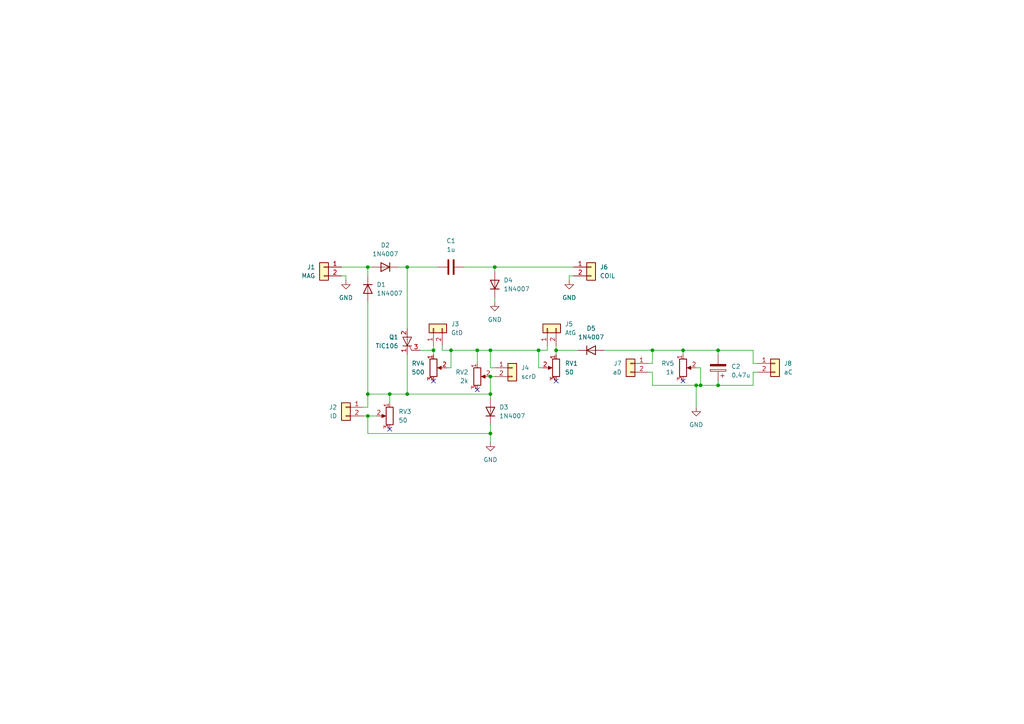
<source format=kicad_sch>
(kicad_sch (version 20230121) (generator eeschema)
  (paper "A4")
  (lib_symbols
    (symbol "Connector_Generic:Conn_01x02" (pin_names (offset 1.016) hide)
      (property "Reference" "J" (at 0 2.54 0))
      (property "Value" "Conn_01x02" (at 0 -5.08 0))
      (symbol "Conn_01x02_1_1"
        (rectangle (start -1.27 -2.413) (end 0 -2.667) (stroke (width 0.1524)))
        (rectangle (start -1.27 0.127) (end 0 -0.127) (stroke (width 0.1524)))
        (rectangle (start -1.27 1.27) (end 1.27 -3.81) (stroke (width 0.254)) (fill (type background)))
        (pin passive line (at -5.08 0 0) (length 3.81) (name "Pin_1") (number "1"))
        (pin passive line (at -5.08 -2.54 0) (length 3.81) (name "Pin_2") (number "2"))
      )
    )
    (symbol "Device:C" (pin_numbers hide) (pin_names (offset 0.254))
      (property "Reference" "C" (at 0.635 2.54 0))
      (property "Value" "C" (at 0.635 -2.54 0))
      (symbol "C_0_1"
        (polyline (pts (xy -2.032 -0.762) (xy 2.032 -0.762)) (stroke (width 0.508)))
        (polyline (pts (xy -2.032 0.762) (xy 2.032 0.762)) (stroke (width 0.508)))
      )
      (symbol "C_1_1"
        (pin passive line (at 0 3.81 270) (length 2.794) (name "~") (number "1"))
        (pin passive line (at 0 -3.81 90) (length 2.794) (name "~") (number "2"))
      )
    )
    (symbol "Device:C_Polarized" (pin_numbers hide) (pin_names (offset 0.254))
      (property "Reference" "C" (at 0.635 2.54 0))
      (property "Value" "C_Polarized" (at 0.635 -2.54 0))
      (symbol "C_Polarized_0_1"
        (rectangle (start -2.286 0.508) (end 2.286 1.016))
        (polyline (pts (xy -1.778 2.286) (xy -0.762 2.286)))
        (polyline (pts (xy -1.27 2.794) (xy -1.27 1.778)))
        (rectangle (start 2.286 -0.508) (end -2.286 -1.016) (fill (type outline)))
      )
      (symbol "C_Polarized_1_1"
        (pin passive line (at 0 3.81 270) (length 2.794) (name "~") (number "1"))
        (pin passive line (at 0 -3.81 90) (length 2.794) (name "~") (number "2"))
      )
    )
    (symbol "Device:R_Potentiometer" (pin_names (offset 1.016) hide)
      (property "Reference" "RV" (at -4.445 0 90))
      (property "Value" "R_Potentiometer" (at -2.54 0 90))
      (symbol "R_Potentiometer_0_1"
        (polyline (pts (xy 2.54 0) (xy 1.524 0)))
        (polyline (pts (xy 1.143 0) (xy 2.286 0.508) (xy 2.286 -0.508) (xy 1.143 0)) (fill (type outline)))
        (rectangle (start 1.016 2.54) (end -1.016 -2.54) (stroke (width 0.254)))
      )
      (symbol "R_Potentiometer_1_1"
        (pin passive line (at 0 3.81 270) (length 1.27) (name "1") (number "1"))
        (pin passive line (at 3.81 0 180) (length 1.27) (name "2") (number "2"))
        (pin passive line (at 0 -3.81 90) (length 1.27) (name "3") (number "3"))
      )
    )
    (symbol "Diode:1N4007" (pin_numbers hide) (pin_names hide)
      (property "Reference" "D" (at 0 2.54 0))
      (property "Value" "1N4007" (at 0 -2.54 0))
      (symbol "1N4007_0_1"
        (polyline (pts (xy -1.27 1.27) (xy -1.27 -1.27)) (stroke (width 0.254)))
        (polyline (pts (xy 1.27 0) (xy -1.27 0)))
        (polyline (pts (xy 1.27 1.27) (xy 1.27 -1.27) (xy -1.27 0) (xy 1.27 1.27)) (stroke (width 0.254)))
      )
      (symbol "1N4007_1_1"
        (pin passive line (at -3.81 0 0) (length 2.54) (name "K") (number "1"))
        (pin passive line (at 3.81 0 180) (length 2.54) (name "A") (number "2"))
      )
    )
    (symbol "Triac_Thyristor:TIC106" (pin_names (offset 0) hide)
      (property "Reference" "Q" (at 2.54 1.905 0))
      (property "Value" "TIC106" (at 2.54 0 0))
      (symbol "TIC106_0_1"
        (polyline (pts (xy -1.27 -2.54) (xy -0.635 -1.27)))
        (polyline (pts (xy -1.27 -1.27) (xy 1.27 -1.27)) (stroke (width 0.2032)))
        (polyline (pts (xy 0 -2.54) (xy 0 2.54)))
        (polyline (pts (xy -1.27 1.27) (xy 1.27 1.27) (xy 0 -1.27) (xy -1.27 1.27)) (stroke (width 0.2032)))
      )
      (symbol "TIC106_1_1"
        (pin passive line (at 0 -3.81 90) (length 2.54) (name "K") (number "1"))
        (pin passive line (at 0 3.81 270) (length 2.54) (name "A") (number "2"))
        (pin input line (at -3.81 -2.54 0) (length 2.54) (name "G") (number "3"))
      )
    )
    (symbol "power:GND" (power) (pin_names (offset 0))
      (property "Value" "GND" (at 0 -3.81 0))
      (symbol "GND_0_1"
        (polyline (pts (xy 0 0) (xy 0 -1.27) (xy 1.27 -1.27) (xy 0 -2.54) (xy -1.27 -1.27) (xy 0 -1.27)))
      )
      (symbol "GND_1_1"
        (pin power_in line (at 0 0 270) (length 0) hide (name "GND") (number "1"))
      )
    )
  )
  (junction (at 161.29 101.6))
  (junction (at 142.24 109.22))
  (junction (at 113.03 114.3))
  (junction (at 143.51 77.47))
  (junction (at 142.24 101.6))
  (junction (at 189.23 101.6))
  (junction (at 203.2 111.76))
  (junction (at 118.11 114.3))
  (junction (at 142.24 114.3))
  (junction (at 125.73 101.6))
  (junction (at 118.11 77.47))
  (junction (at 156.21 101.6))
  (junction (at 142.24 125.73))
  (junction (at 106.68 114.3))
  (junction (at 106.68 120.65))
  (junction (at 130.81 101.6))
  (junction (at 201.93 111.76))
  (junction (at 106.68 77.47))
  (junction (at 198.12 101.6))
  (junction (at 208.28 101.6))
  (junction (at 208.28 111.76))
  (junction (at 138.43 101.6))
  (no_connect (at 198.12 110.49))
  (no_connect (at 161.29 110.49))
  (no_connect (at 138.43 113.03))
  (no_connect (at 113.03 124.46))
  (no_connect (at 125.73 110.49))
  (wire (pts (xy 208.28 101.6) (xy 208.28 102.87)))
  (wire (pts (xy 142.24 123.19) (xy 142.24 125.73)))
  (wire (pts (xy 143.51 109.22) (xy 142.24 109.22)))
  (wire (pts (xy 203.2 111.76) (xy 201.93 111.76)))
  (wire (pts (xy 208.28 111.76) (xy 203.2 111.76)))
  (wire (pts (xy 106.68 125.73) (xy 142.24 125.73)))
  (wire (pts (xy 121.92 101.6) (xy 125.73 101.6)))
  (wire (pts (xy 118.11 102.87) (xy 118.11 114.3)))
  (wire (pts (xy 198.12 101.6) (xy 208.28 101.6)))
  (wire (pts (xy 189.23 107.95) (xy 189.23 111.76)))
  (wire (pts (xy 165.1 80.01) (xy 165.1 81.28)))
  (wire (pts (xy 142.24 101.6) (xy 142.24 106.68)))
  (wire (pts (xy 106.68 87.63) (xy 106.68 114.3)))
  (wire (pts (xy 105.41 120.65) (xy 106.68 120.65)))
  (wire (pts (xy 125.73 101.6) (xy 125.73 102.87)))
  (wire (pts (xy 198.12 101.6) (xy 198.12 102.87)))
  (wire (pts (xy 161.29 101.6) (xy 167.64 101.6)))
  (wire (pts (xy 201.93 106.68) (xy 203.2 106.68)))
  (wire (pts (xy 99.06 77.47) (xy 106.68 77.47)))
  (wire (pts (xy 106.68 120.65) (xy 106.68 125.73)))
  (wire (pts (xy 156.21 101.6) (xy 158.75 101.6)))
  (wire (pts (xy 113.03 114.3) (xy 118.11 114.3)))
  (wire (pts (xy 106.68 114.3) (xy 113.03 114.3)))
  (wire (pts (xy 175.26 101.6) (xy 189.23 101.6)))
  (wire (pts (xy 105.41 118.11) (xy 106.68 118.11)))
  (wire (pts (xy 218.44 101.6) (xy 208.28 101.6)))
  (wire (pts (xy 156.21 106.68) (xy 156.21 101.6)))
  (wire (pts (xy 158.75 101.6) (xy 158.75 100.33)))
  (wire (pts (xy 219.71 107.95) (xy 218.44 107.95)))
  (wire (pts (xy 161.29 100.33) (xy 161.29 101.6)))
  (wire (pts (xy 187.96 105.41) (xy 189.23 105.41)))
  (wire (pts (xy 130.81 101.6) (xy 138.43 101.6)))
  (wire (pts (xy 157.48 106.68) (xy 156.21 106.68)))
  (wire (pts (xy 143.51 86.36) (xy 143.51 87.63)))
  (wire (pts (xy 118.11 77.47) (xy 127 77.47)))
  (wire (pts (xy 118.11 114.3) (xy 142.24 114.3)))
  (wire (pts (xy 115.57 77.47) (xy 118.11 77.47)))
  (wire (pts (xy 138.43 105.41) (xy 138.43 101.6)))
  (wire (pts (xy 106.68 80.01) (xy 106.68 77.47)))
  (wire (pts (xy 218.44 107.95) (xy 218.44 111.76)))
  (wire (pts (xy 129.54 106.68) (xy 130.81 106.68)))
  (wire (pts (xy 128.27 100.33) (xy 128.27 101.6)))
  (wire (pts (xy 142.24 115.57) (xy 142.24 114.3)))
  (wire (pts (xy 142.24 109.22) (xy 142.24 114.3)))
  (wire (pts (xy 161.29 101.6) (xy 161.29 102.87)))
  (wire (pts (xy 166.37 80.01) (xy 165.1 80.01)))
  (wire (pts (xy 143.51 77.47) (xy 166.37 77.47)))
  (wire (pts (xy 100.33 80.01) (xy 100.33 81.28)))
  (wire (pts (xy 143.51 106.68) (xy 142.24 106.68)))
  (wire (pts (xy 203.2 106.68) (xy 203.2 111.76)))
  (wire (pts (xy 134.62 77.47) (xy 143.51 77.47)))
  (wire (pts (xy 143.51 77.47) (xy 143.51 78.74)))
  (wire (pts (xy 208.28 110.49) (xy 208.28 111.76)))
  (wire (pts (xy 187.96 107.95) (xy 189.23 107.95)))
  (wire (pts (xy 118.11 77.47) (xy 118.11 95.25)))
  (wire (pts (xy 106.68 118.11) (xy 106.68 114.3)))
  (wire (pts (xy 218.44 105.41) (xy 218.44 101.6)))
  (wire (pts (xy 218.44 111.76) (xy 208.28 111.76)))
  (wire (pts (xy 189.23 101.6) (xy 198.12 101.6)))
  (wire (pts (xy 130.81 101.6) (xy 128.27 101.6)))
  (wire (pts (xy 125.73 101.6) (xy 125.73 100.33)))
  (wire (pts (xy 106.68 120.65) (xy 109.22 120.65)))
  (wire (pts (xy 99.06 80.01) (xy 100.33 80.01)))
  (wire (pts (xy 142.24 125.73) (xy 142.24 128.27)))
  (wire (pts (xy 142.24 101.6) (xy 156.21 101.6)))
  (wire (pts (xy 138.43 101.6) (xy 142.24 101.6)))
  (wire (pts (xy 219.71 105.41) (xy 218.44 105.41)))
  (wire (pts (xy 130.81 106.68) (xy 130.81 101.6)))
  (wire (pts (xy 106.68 77.47) (xy 107.95 77.47)))
  (wire (pts (xy 189.23 111.76) (xy 201.93 111.76)))
  (wire (pts (xy 113.03 116.84) (xy 113.03 114.3)))
  (wire (pts (xy 189.23 101.6) (xy 189.23 105.41)))
  (wire (pts (xy 201.93 111.76) (xy 201.93 118.11)))
  (symbol (lib_id "Device:R_Potentiometer") (at 125.73 106.68 0) (unit 1)
    (property "Reference" "RV4" (at 123.19 105.41 0) (effects (justify right)))
    (property "Value" "500" (at 123.19 107.95 0) (effects (justify right)))
    (property "Footprint" "Potentiometer_THT:Potentiometer_Bourns_3296W_Vertical" (effects hide))
  )
  (symbol (lib_id "Diode:1N4007") (at 111.76 77.47 180) (unit 1)
    (property "Reference" "D2" (at 111.76 71.12 0))
    (property "Value" "1N4007" (at 111.76 73.66 0))
    (property "Footprint" "Diode_THT:D_DO-41_SOD81_P7.62mm_Horizontal" (effects hide))
    (property "Datasheet" "http://www.vishay.com/docs/88503/1n4001.pdf" (effects hide))
    (property "Sim.Device" "D" (effects hide))
    (property "Sim.Pins" "1=K 2=A" (effects hide))
  )
  (symbol (lib_id "Connector_Generic:Conn_01x02") (at 224.79 105.41 0) (unit 1)
    (property "Reference" "J8" (at 227.33 105.41 0) (effects (justify left)))
    (property "Value" "aC" (at 227.33 107.95 0) (effects (justify left)))
    (property "Footprint" "TE_1792863:TE_1792863" (effects hide))
  )
  (symbol (lib_id "Connector_Generic:Conn_01x02") (at 125.73 95.25 90) (unit 1)
    (property "Reference" "J3" (at 130.81 93.98 90) (effects (justify right)))
    (property "Value" "GtD" (at 130.81 96.52 90) (effects (justify right)))
    (property "Footprint" "TestPoint:TestPoint_2Pads_Pitch2.54mm_Drill0.8mm" (effects hide))
  )
  (symbol (lib_id "Device:R_Potentiometer") (at 161.29 106.68 0) (mirror y) (unit 1)
    (property "Reference" "RV1" (at 163.83 105.41 0) (effects (justify right)))
    (property "Value" "50" (at 163.83 107.95 0) (effects (justify right)))
    (property "Footprint" "Potentiometer_THT:Potentiometer_Bourns_3296W_Vertical" (effects hide))
  )
  (symbol (lib_id "Diode:1N4007") (at 142.24 119.38 90) (unit 1)
    (property "Reference" "D3" (at 144.78 118.11 90) (effects (justify right)))
    (property "Value" "1N4007" (at 144.78 120.65 90) (effects (justify right)))
    (property "Footprint" "Diode_THT:D_DO-41_SOD81_P7.62mm_Horizontal" (effects hide))
    (property "Datasheet" "http://www.vishay.com/docs/88503/1n4001.pdf" (effects hide))
    (property "Sim.Device" "D" (effects hide))
    (property "Sim.Pins" "1=K 2=A" (effects hide))
  )
  (symbol (lib_id "Diode:1N4007") (at 106.68 83.82 270) (unit 1)
    (property "Reference" "D1" (at 109.22 82.55 90) (effects (justify left)))
    (property "Value" "1N4007" (at 109.22 85.09 90) (effects (justify left)))
    (property "Footprint" "Diode_THT:D_DO-41_SOD81_P7.62mm_Horizontal" (effects hide))
    (property "Datasheet" "http://www.vishay.com/docs/88503/1n4001.pdf" (effects hide))
    (property "Sim.Device" "D" (effects hide))
    (property "Sim.Pins" "1=K 2=A" (effects hide))
  )
  (symbol (lib_id "power:GND") (at 142.24 128.27 0) (unit 1)
    (property "Reference" "#PWR02" (effects hide))
    (property "Value" "GND" (at 142.24 133.35 0))
  )
  (symbol (lib_id "Connector_Generic:Conn_01x02") (at 171.45 77.47 0) (unit 1)
    (property "Reference" "J6" (at 173.99 77.47 0) (effects (justify left)))
    (property "Value" "COIL" (at 173.99 80.01 0) (effects (justify left)))
    (property "Footprint" "Connector_Wire:SolderWire-2.5sqmm_1x02_P7.2mm_D2.4mm_OD3.6mm" (effects hide))
  )
  (symbol (lib_id "Triac_Thyristor:TIC106") (at 118.11 99.06 0) (mirror y) (unit 1)
    (property "Reference" "Q1" (at 115.57 97.79 0) (effects (justify left)))
    (property "Value" "TIC106" (at 115.57 100.33 0) (effects (justify left)))
    (property "Footprint" "Package_TO_SOT_THT:TO-220-3_Vertical" (effects hide))
    (property "Datasheet" "http://pdf.datasheetcatalog.com/datasheet/PowerInnovations/mXyzrtvs.pdf" (effects hide))
  )
  (symbol (lib_id "Device:R_Potentiometer") (at 198.12 106.68 0) (unit 1)
    (property "Reference" "RV5" (at 195.58 105.41 0) (effects (justify right)))
    (property "Value" "1k" (at 195.58 107.95 0) (effects (justify right)))
    (property "Footprint" "Potentiometer_THT:Potentiometer_Bourns_3296W_Vertical" (effects hide))
  )
  (symbol (lib_id "Device:R_Potentiometer") (at 138.43 109.22 0) (unit 1)
    (property "Reference" "RV2" (at 135.89 107.95 0) (effects (justify right)))
    (property "Value" "2k" (at 135.89 110.49 0) (effects (justify right)))
    (property "Footprint" "Potentiometer_THT:Potentiometer_Bourns_3296W_Vertical" (effects hide))
  )
  (symbol (lib_id "Connector_Generic:Conn_01x02") (at 148.59 106.68 0) (unit 1)
    (property "Reference" "J4" (at 151.13 106.68 0) (effects (justify left)))
    (property "Value" "scrD" (at 151.13 109.22 0) (effects (justify left)))
    (property "Footprint" "TestPoint:TestPoint_2Pads_Pitch2.54mm_Drill0.8mm" (effects hide))
  )
  (symbol (lib_id "Diode:1N4007") (at 171.45 101.6 0) (unit 1)
    (property "Reference" "D5" (at 171.45 95.25 0))
    (property "Value" "1N4007" (at 171.45 97.79 0))
    (property "Footprint" "Diode_THT:D_DO-41_SOD81_P7.62mm_Horizontal" (effects hide))
    (property "Datasheet" "http://www.vishay.com/docs/88503/1n4001.pdf" (effects hide))
    (property "Sim.Device" "D" (effects hide))
    (property "Sim.Pins" "1=K 2=A" (effects hide))
  )
  (symbol (lib_id "Device:C_Polarized") (at 208.28 106.68 180) (unit 1)
    (property "Reference" "C2" (at 212.09 106.299 0) (effects (justify right)))
    (property "Value" "0.47u" (at 212.09 108.839 0) (effects (justify right)))
    (property "Footprint" "Capacitor_THT:CP_Radial_Tantal_D5.5mm_P5.00mm" (effects hide))
  )
  (symbol (lib_id "Connector_Generic:Conn_01x02") (at 93.98 77.47 0) (mirror y) (unit 1)
    (property "Reference" "J1" (at 91.44 77.47 0) (effects (justify left)))
    (property "Value" "MAG" (at 91.44 80.01 0) (effects (justify left)))
    (property "Footprint" "Connector_Wire:SolderWire-2.5sqmm_1x02_P7.2mm_D2.4mm_OD3.6mm" (effects hide))
  )
  (symbol (lib_id "Device:R_Potentiometer") (at 113.03 120.65 0) (mirror y) (unit 1)
    (property "Reference" "RV3" (at 115.57 119.38 0) (effects (justify right)))
    (property "Value" "50" (at 115.57 121.92 0) (effects (justify right)))
    (property "Footprint" "Potentiometer_THT:Potentiometer_Bourns_3296W_Vertical" (effects hide))
  )
  (symbol (lib_id "power:GND") (at 143.51 87.63 0) (unit 1)
    (property "Reference" "#PWR03" (effects hide))
    (property "Value" "GND" (at 143.51 92.71 0))
  )
  (symbol (lib_id "Connector_Generic:Conn_01x02") (at 158.75 95.25 90) (unit 1)
    (property "Reference" "J5" (at 163.83 93.98 90) (effects (justify right)))
    (property "Value" "AtG" (at 163.83 96.52 90) (effects (justify right)))
    (property "Footprint" "TestPoint:TestPoint_2Pads_Pitch2.54mm_Drill0.8mm" (effects hide))
  )
  (symbol (lib_id "power:GND") (at 100.33 81.28 0) (unit 1)
    (property "Reference" "#PWR01" (effects hide))
    (property "Value" "GND" (at 100.33 86.36 0))
  )
  (symbol (lib_id "Connector_Generic:Conn_01x02") (at 100.33 118.11 0) (mirror y) (unit 1)
    (property "Reference" "J2" (at 97.79 118.11 0) (effects (justify left)))
    (property "Value" "lD" (at 97.79 120.65 0) (effects (justify left)))
    (property "Footprint" "TestPoint:TestPoint_2Pads_Pitch2.54mm_Drill0.8mm" (effects hide))
  )
  (symbol (lib_id "power:GND") (at 201.93 118.11 0) (unit 1)
    (property "Reference" "#PWR05" (effects hide))
    (property "Value" "GND" (at 201.93 123.19 0))
  )
  (symbol (lib_id "Device:C") (at 130.81 77.47 90) (unit 1)
    (property "Reference" "C1" (at 130.81 69.85 90))
    (property "Value" "1u" (at 130.81 72.39 90))
    (property "Footprint" "Capacitor_THT:C_Rect_L26.5mm_W10.5mm_P22.50mm_MKS4" (effects hide))
  )
  (symbol (lib_id "Diode:1N4007") (at 143.51 82.55 90) (unit 1)
    (property "Reference" "D4" (at 146.05 81.28 90) (effects (justify right)))
    (property "Value" "1N4007" (at 146.05 83.82 90) (effects (justify right)))
    (property "Footprint" "Diode_THT:D_DO-41_SOD81_P7.62mm_Horizontal" (effects hide))
    (property "Datasheet" "http://www.vishay.com/docs/88503/1n4001.pdf" (effects hide))
    (property "Sim.Device" "D" (effects hide))
    (property "Sim.Pins" "1=K 2=A" (effects hide))
  )
  (symbol (lib_id "power:GND") (at 165.1 81.28 0) (unit 1)
    (property "Reference" "#PWR04" (effects hide))
    (property "Value" "GND" (at 165.1 86.36 0))
  )
  (symbol (lib_id "Connector_Generic:Conn_01x02") (at 182.88 105.41 0) (mirror y) (unit 1)
    (property "Reference" "J7" (at 180.34 105.41 0) (effects (justify left)))
    (property "Value" "aD" (at 180.34 107.95 0) (effects (justify left)))
    (property "Footprint" "TestPoint:TestPoint_2Pads_Pitch2.54mm_Drill0.8mm" (effects hide))
  )
)
</source>
